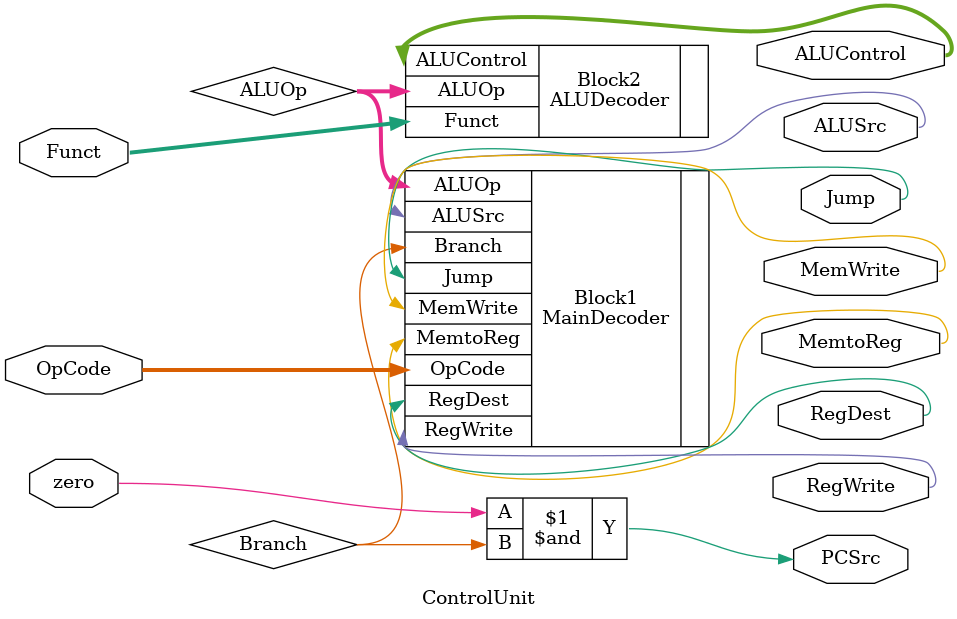
<source format=v>


module ControlUnit
						(
						input [5:0] OpCode,
						input [5:0] Funct,
						input zero,
						output Jump,
						output MemtoReg,MemWrite,ALUSrc,RegDest,RegWrite,PCSrc,
					   output [2:0] ALUControl
						);
						
						wire Branch;
						wire [1:0] ALUOp;
						
						MainDecoder Block1
						(
						.OpCode(OpCode),
						.Jump(Jump),
						.ALUOp(ALUOp),
						.MemtoReg(MemtoReg),
						.MemWrite(MemWrite),
						.Branch(Branch),
						.ALUSrc(ALUSrc),
						.RegDest(RegDest),
						.RegWrite(RegWrite)
						);
						
						ALUDecoder Block2
						(
						.ALUOp(ALUOp),
					   .Funct(Funct),
					   .ALUControl(ALUControl)
						);
						
						and (PCSrc,zero,Branch);
endmodule 

</source>
